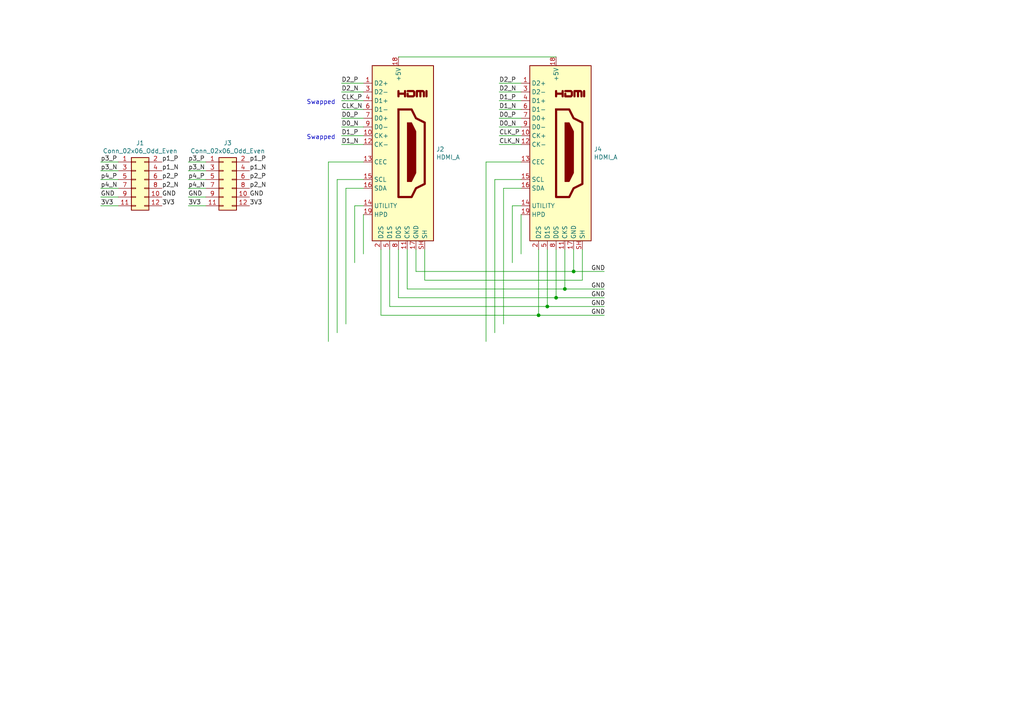
<source format=kicad_sch>
(kicad_sch (version 20211123) (generator eeschema)
  (paper "A4")
  (lib_symbols
    (symbol "Connector:HDMI_A"
      (property "Reference" "J" (at -6.35 26.67 0))
      (property "Value" "HDMI_A" (at 10.16 26.67 0))
      (symbol "HDMI_A_0_0"
        (polyline (pts (xy 8.128 16.51) (xy 8.128 18.034)) (stroke (width 0.635)))
        (polyline (pts (xy 0 16.51) (xy 0 18.034) (xy 0 17.272) (xy 1.905 17.272) (xy 1.905 18.034) (xy 1.905 16.51)) (stroke (width 0.635)))
        (polyline (pts (xy 2.667 18.034) (xy 4.318 18.034) (xy 4.572 17.78) (xy 4.572 16.764) (xy 4.318 16.51) (xy 2.667 16.51) (xy 2.667 17.272)) (stroke (width 0.635)))
      )
      (symbol "HDMI_A_0_1"
        (rectangle (start -7.62 25.4) (end 10.16 -25.4) (stroke (width 0.254)) (fill (type background)))
        (polyline (pts (xy 2.54 8.89) (xy 3.81 8.89) (xy 5.08 6.35) (xy 5.08 -5.715) (xy 3.81 -8.255) (xy 2.54 -8.255) (xy 2.54 8.89)) (fill (type outline)))
        (polyline (pts (xy 5.334 16.51) (xy 5.334 18.034) (xy 6.35 18.034) (xy 6.35 16.51) (xy 6.35 18.034) (xy 7.112 18.034) (xy 7.366 17.78) (xy 7.366 16.51)) (stroke (width 0.635)))
        (polyline (pts (xy 0 12.7) (xy 0 -12.7) (xy 3.81 -12.7) (xy 5.08 -10.16) (xy 7.62 -8.89) (xy 7.62 8.89) (xy 5.08 10.16) (xy 3.81 12.7) (xy 0 12.7)) (stroke (width 0.635)))
      )
      (symbol "HDMI_A_1_1"
        (pin passive line (at -10.16 20.32 0) (length 2.54) (name "D2+") (number "1"))
        (pin passive line (at -10.16 5.08 0) (length 2.54) (name "CK+") (number "10"))
        (pin power_in line (at 2.54 -27.94 90) (length 2.54) (name "CKS") (number "11"))
        (pin passive line (at -10.16 2.54 0) (length 2.54) (name "CK-") (number "12"))
        (pin bidirectional line (at -10.16 -2.54 0) (length 2.54) (name "CEC") (number "13"))
        (pin passive line (at -10.16 -15.24 0) (length 2.54) (name "UTILITY") (number "14"))
        (pin passive line (at -10.16 -7.62 0) (length 2.54) (name "SCL") (number "15"))
        (pin bidirectional line (at -10.16 -10.16 0) (length 2.54) (name "SDA") (number "16"))
        (pin power_in line (at 5.08 -27.94 90) (length 2.54) (name "GND") (number "17"))
        (pin power_in line (at 0 27.94 270) (length 2.54) (name "+5V") (number "18"))
        (pin passive line (at -10.16 -17.78 0) (length 2.54) (name "HPD") (number "19"))
        (pin power_in line (at -5.08 -27.94 90) (length 2.54) (name "D2S") (number "2"))
        (pin passive line (at -10.16 17.78 0) (length 2.54) (name "D2-") (number "3"))
        (pin passive line (at -10.16 15.24 0) (length 2.54) (name "D1+") (number "4"))
        (pin power_in line (at -2.54 -27.94 90) (length 2.54) (name "D1S") (number "5"))
        (pin passive line (at -10.16 12.7 0) (length 2.54) (name "D1-") (number "6"))
        (pin passive line (at -10.16 10.16 0) (length 2.54) (name "D0+") (number "7"))
        (pin power_in line (at 0 -27.94 90) (length 2.54) (name "D0S") (number "8"))
        (pin passive line (at -10.16 7.62 0) (length 2.54) (name "D0-") (number "9"))
        (pin passive line (at 7.62 -27.94 90) (length 2.54) (name "SH") (number "SH"))
      )
    )
    (symbol "Connector_Generic:Conn_02x06_Odd_Even" (pin_names (offset 1.016) hide)
      (property "Reference" "J" (at 1.27 7.62 0))
      (property "Value" "Conn_02x06_Odd_Even" (at 1.27 -10.16 0))
      (symbol "Conn_02x06_Odd_Even_1_1"
        (rectangle (start -1.27 -7.493) (end 0 -7.747) (stroke (width 0.1524)))
        (rectangle (start -1.27 -4.953) (end 0 -5.207) (stroke (width 0.1524)))
        (rectangle (start -1.27 -2.413) (end 0 -2.667) (stroke (width 0.1524)))
        (rectangle (start -1.27 0.127) (end 0 -0.127) (stroke (width 0.1524)))
        (rectangle (start -1.27 2.667) (end 0 2.413) (stroke (width 0.1524)))
        (rectangle (start -1.27 5.207) (end 0 4.953) (stroke (width 0.1524)))
        (rectangle (start -1.27 6.35) (end 3.81 -8.89) (stroke (width 0.254)) (fill (type background)))
        (rectangle (start 3.81 -7.493) (end 2.54 -7.747) (stroke (width 0.1524)))
        (rectangle (start 3.81 -4.953) (end 2.54 -5.207) (stroke (width 0.1524)))
        (rectangle (start 3.81 -2.413) (end 2.54 -2.667) (stroke (width 0.1524)))
        (rectangle (start 3.81 0.127) (end 2.54 -0.127) (stroke (width 0.1524)))
        (rectangle (start 3.81 2.667) (end 2.54 2.413) (stroke (width 0.1524)))
        (rectangle (start 3.81 5.207) (end 2.54 4.953) (stroke (width 0.1524)))
        (pin passive line (at -5.08 5.08 0) (length 3.81) (name "Pin_1") (number "1"))
        (pin passive line (at 7.62 -5.08 180) (length 3.81) (name "Pin_10") (number "10"))
        (pin passive line (at -5.08 -7.62 0) (length 3.81) (name "Pin_11") (number "11"))
        (pin passive line (at 7.62 -7.62 180) (length 3.81) (name "Pin_12") (number "12"))
        (pin passive line (at 7.62 5.08 180) (length 3.81) (name "Pin_2") (number "2"))
        (pin passive line (at -5.08 2.54 0) (length 3.81) (name "Pin_3") (number "3"))
        (pin passive line (at 7.62 2.54 180) (length 3.81) (name "Pin_4") (number "4"))
        (pin passive line (at -5.08 0 0) (length 3.81) (name "Pin_5") (number "5"))
        (pin passive line (at 7.62 0 180) (length 3.81) (name "Pin_6") (number "6"))
        (pin passive line (at -5.08 -2.54 0) (length 3.81) (name "Pin_7") (number "7"))
        (pin passive line (at 7.62 -2.54 180) (length 3.81) (name "Pin_8") (number "8"))
        (pin passive line (at -5.08 -5.08 0) (length 3.81) (name "Pin_9") (number "9"))
      )
    )
  )
  (junction (at 161.29 86.36))
  (junction (at 166.37 78.74))
  (junction (at 156.21 91.44))
  (junction (at 163.83 83.82))
  (junction (at 158.75 88.9))
  (wire (pts (xy 166.37 78.74) (xy 166.37 72.39)))
  (wire (pts (xy 118.11 72.39) (xy 118.11 83.82)))
  (wire (pts (xy 123.19 81.28) (xy 168.91 81.28)))
  (wire (pts (xy 140.97 99.06) (xy 140.97 46.99)))
  (wire (pts (xy 54.61 59.69) (xy 59.69 59.69)))
  (wire (pts (xy 110.49 72.39) (xy 110.49 91.44)))
  (wire (pts (xy 115.57 86.36) (xy 161.29 86.36)))
  (wire (pts (xy 151.13 29.21) (xy 144.78 29.21)))
  (wire (pts (xy 105.41 59.69) (xy 102.87 59.69)))
  (wire (pts (xy 151.13 39.37) (xy 144.78 39.37)))
  (wire (pts (xy 151.13 34.29) (xy 144.78 34.29)))
  (wire (pts (xy 113.03 88.9) (xy 158.75 88.9)))
  (wire (pts (xy 151.13 24.13) (xy 144.78 24.13)))
  (wire (pts (xy 161.29 86.36) (xy 161.29 72.39)))
  (wire (pts (xy 105.41 52.07) (xy 97.79 52.07)))
  (wire (pts (xy 54.61 52.07) (xy 59.69 52.07)))
  (wire (pts (xy 105.41 62.23) (xy 105.41 73.66)))
  (wire (pts (xy 158.75 88.9) (xy 175.26 88.9)))
  (wire (pts (xy 105.41 24.13) (xy 99.06 24.13)))
  (wire (pts (xy 105.41 41.91) (xy 99.06 41.91)))
  (wire (pts (xy 151.13 41.91) (xy 144.78 41.91)))
  (wire (pts (xy 29.21 54.61) (xy 34.29 54.61)))
  (wire (pts (xy 140.97 46.99) (xy 151.13 46.99)))
  (wire (pts (xy 54.61 57.15) (xy 59.69 57.15)))
  (wire (pts (xy 105.41 36.83) (xy 99.06 36.83)))
  (wire (pts (xy 146.05 54.61) (xy 151.13 54.61)))
  (wire (pts (xy 100.33 54.61) (xy 100.33 93.98)))
  (wire (pts (xy 113.03 72.39) (xy 113.03 88.9)))
  (wire (pts (xy 115.57 16.51) (xy 161.29 16.51)))
  (wire (pts (xy 163.83 83.82) (xy 175.26 83.82)))
  (wire (pts (xy 143.51 96.52) (xy 143.51 52.07)))
  (wire (pts (xy 161.29 86.36) (xy 175.26 86.36)))
  (wire (pts (xy 95.25 46.99) (xy 95.25 99.06)))
  (wire (pts (xy 102.87 59.69) (xy 102.87 76.2)))
  (wire (pts (xy 166.37 78.74) (xy 175.26 78.74)))
  (wire (pts (xy 118.11 83.82) (xy 163.83 83.82)))
  (wire (pts (xy 29.21 52.07) (xy 34.29 52.07)))
  (wire (pts (xy 151.13 36.83) (xy 144.78 36.83)))
  (wire (pts (xy 151.13 73.66) (xy 151.13 62.23)))
  (wire (pts (xy 148.59 76.2) (xy 148.59 59.69)))
  (wire (pts (xy 29.21 49.53) (xy 34.29 49.53)))
  (wire (pts (xy 105.41 31.75) (xy 99.06 31.75)))
  (wire (pts (xy 54.61 49.53) (xy 59.69 49.53)))
  (wire (pts (xy 105.41 34.29) (xy 99.06 34.29)))
  (wire (pts (xy 158.75 88.9) (xy 158.75 72.39)))
  (wire (pts (xy 110.49 91.44) (xy 156.21 91.44)))
  (wire (pts (xy 156.21 91.44) (xy 156.21 72.39)))
  (wire (pts (xy 120.65 72.39) (xy 120.65 78.74)))
  (wire (pts (xy 146.05 93.98) (xy 146.05 54.61)))
  (wire (pts (xy 168.91 81.28) (xy 168.91 72.39)))
  (wire (pts (xy 29.21 46.99) (xy 34.29 46.99)))
  (wire (pts (xy 163.83 83.82) (xy 163.83 72.39)))
  (wire (pts (xy 29.21 59.69) (xy 34.29 59.69)))
  (wire (pts (xy 97.79 52.07) (xy 97.79 96.52)))
  (wire (pts (xy 148.59 59.69) (xy 151.13 59.69)))
  (wire (pts (xy 54.61 54.61) (xy 59.69 54.61)))
  (wire (pts (xy 105.41 39.37) (xy 99.06 39.37)))
  (wire (pts (xy 151.13 26.67) (xy 144.78 26.67)))
  (wire (pts (xy 105.41 29.21) (xy 99.06 29.21)))
  (wire (pts (xy 120.65 78.74) (xy 166.37 78.74)))
  (wire (pts (xy 123.19 72.39) (xy 123.19 81.28)))
  (wire (pts (xy 151.13 31.75) (xy 144.78 31.75)))
  (wire (pts (xy 105.41 46.99) (xy 95.25 46.99)))
  (wire (pts (xy 54.61 46.99) (xy 59.69 46.99)))
  (wire (pts (xy 143.51 52.07) (xy 151.13 52.07)))
  (wire (pts (xy 105.41 26.67) (xy 99.06 26.67)))
  (wire (pts (xy 105.41 54.61) (xy 100.33 54.61)))
  (wire (pts (xy 115.57 72.39) (xy 115.57 86.36)))
  (wire (pts (xy 29.21 57.15) (xy 34.29 57.15)))
  (wire (pts (xy 156.21 91.44) (xy 175.26 91.44)))
  (text "Swapped" (at 88.9 30.48 0) (effects (font (size 1.27 1.27)) (justify left bottom)))
  (text "Swapped" (at 88.9 40.64 0) (effects (font (size 1.27 1.27)) (justify left bottom)))
  (label "GND" (at 46.99 57.15 0))
  (label "p3_N" (at 54.61 49.53 0))
  (label "p1_P" (at 72.39 46.99 0))
  (label "GND" (at 54.61 57.15 0))
  (label "GND" (at 171.45 86.36 0))
  (label "p2_P" (at 46.99 52.07 0))
  (label "3V3" (at 54.61 59.69 0))
  (label "p3_P" (at 29.21 46.99 0))
  (label "GND" (at 171.45 88.9 0))
  (label "GND" (at 29.21 57.15 0))
  (label "p1_N" (at 46.99 49.53 0))
  (label "p3_P" (at 54.61 46.99 0))
  (label "3V3" (at 29.21 59.69 0))
  (label "p4_P" (at 29.21 52.07 0))
  (label "p2_P" (at 72.39 52.07 0))
  (label "D1_N" (at 99.06 41.91 0))
  (label "CLK_N" (at 99.06 31.75 0))
  (label "CLK_P" (at 99.06 29.21 0))
  (label "D2_N" (at 144.78 26.67 0))
  (label "p4_P" (at 54.61 52.07 0))
  (label "D0_N" (at 144.78 36.83 0))
  (label "p2_N" (at 46.99 54.61 0))
  (label "CLK_N" (at 144.78 41.91 0))
  (label "GND" (at 171.45 83.82 0))
  (label "p4_N" (at 29.21 54.61 0))
  (label "D0_P" (at 99.06 34.29 0))
  (label "3V3" (at 46.99 59.69 0))
  (label "3V3" (at 72.39 59.69 0))
  (label "D1_P" (at 144.78 29.21 0))
  (label "D0_P" (at 144.78 34.29 0))
  (label "D2_P" (at 144.78 24.13 0))
  (label "p1_P" (at 46.99 46.99 0))
  (label "D2_N" (at 99.06 26.67 0))
  (label "CLK_P" (at 144.78 39.37 0))
  (label "p3_N" (at 29.21 49.53 0))
  (label "GND" (at 171.45 91.44 0))
  (label "p1_N" (at 72.39 49.53 0))
  (label "GND" (at 171.45 78.74 0))
  (label "GND" (at 72.39 57.15 0))
  (label "p4_N" (at 54.61 54.61 0))
  (label "D0_N" (at 99.06 36.83 0))
  (label "D1_N" (at 144.78 31.75 0))
  (label "p2_N" (at 72.39 54.61 0))
  (label "D1_P" (at 99.06 39.37 0))
  (label "D2_P" (at 99.06 24.13 0))
  (symbol (lib_id "Connector_Generic:Conn_02x06_Odd_Even") (at 39.37 52.07 0) (unit 1)
    (property "Reference" "J1" (at 40.64 41.4782 0))
    (property "Value" "Conn_02x06_Odd_Even" (at 40.64 43.7896 0))
    (property "Footprint" "ymm:PinHeader_2x06_P2.54mm_Vertical" (effects hide))
  )
  (symbol (lib_id "Connector_Generic:Conn_02x06_Odd_Even") (at 64.77 52.07 0) (unit 1)
    (property "Reference" "J3" (at 66.04 41.4782 0))
    (property "Value" "Conn_02x06_Odd_Even" (at 66.04 43.7896 0))
    (property "Footprint" "ymm:PinHeader_2x06_P2.54mm_Vertical" (effects hide))
  )
  (symbol (lib_id "Connector:HDMI_A") (at 115.57 44.45 0) (unit 1)
    (property "Reference" "J2" (at 126.492 43.2816 0) (effects (justify left)))
    (property "Value" "HDMI_A" (at 126.492 45.593 0) (effects (justify left)))
    (property "Footprint" "ymm:HDMI_A_Kycon_KDMIX-SL1-NS-WS-B15_VerticalRightAngle" (effects hide))
    (property "Datasheet" "https://en.wikipedia.org/wiki/HDMI" (effects hide))
  )
  (symbol (lib_id "Connector:HDMI_A") (at 161.29 44.45 0) (unit 1)
    (property "Reference" "J4" (at 172.212 43.2816 0) (effects (justify left)))
    (property "Value" "HDMI_A" (at 172.212 45.593 0) (effects (justify left)))
    (property "Footprint" "ymm:HDMI_A_Kycon_KDMIX-SL1-NS-WS-B15_VerticalRightAngle" (effects hide))
    (property "Datasheet" "https://en.wikipedia.org/wiki/HDMI" (effects hide))
  )
)
</source>
